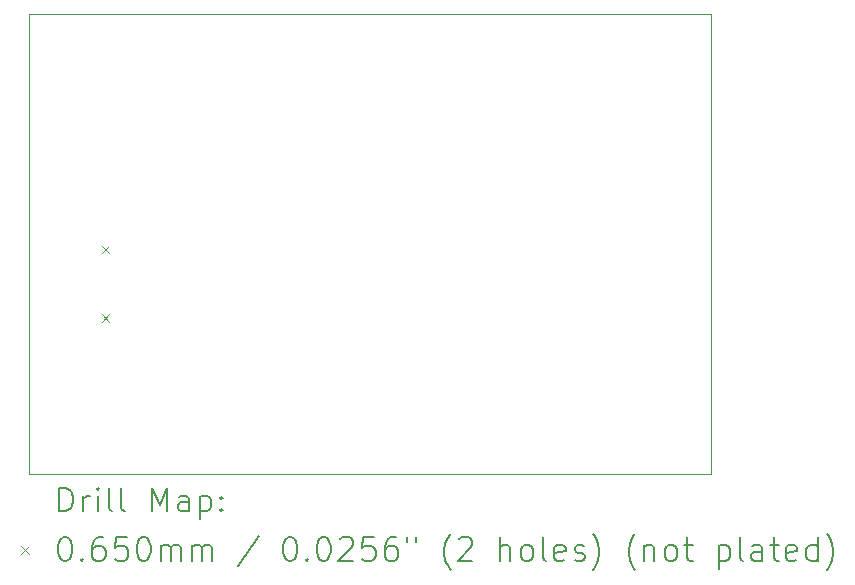
<source format=gbr>
%TF.GenerationSoftware,KiCad,Pcbnew,9.0.4*%
%TF.CreationDate,2025-10-03T12:39:36+02:00*%
%TF.ProjectId,Mini-EMS-ESP,4d696e69-2d45-44d5-932d-4553502e6b69,rev?*%
%TF.SameCoordinates,Original*%
%TF.FileFunction,Drillmap*%
%TF.FilePolarity,Positive*%
%FSLAX45Y45*%
G04 Gerber Fmt 4.5, Leading zero omitted, Abs format (unit mm)*
G04 Created by KiCad (PCBNEW 9.0.4) date 2025-10-03 12:39:36*
%MOMM*%
%LPD*%
G01*
G04 APERTURE LIST*
%ADD10C,0.050000*%
%ADD11C,0.200000*%
%ADD12C,0.100000*%
G04 APERTURE END LIST*
D10*
X7099300Y-8585200D02*
X12877800Y-8585200D01*
X12877800Y-12484100D01*
X7099300Y-12484100D01*
X7099300Y-8585200D01*
D11*
D12*
X7715100Y-10549700D02*
X7780100Y-10614700D01*
X7780100Y-10549700D02*
X7715100Y-10614700D01*
X7715100Y-11127700D02*
X7780100Y-11192700D01*
X7780100Y-11127700D02*
X7715100Y-11192700D01*
D11*
X7357577Y-12798084D02*
X7357577Y-12598084D01*
X7357577Y-12598084D02*
X7405196Y-12598084D01*
X7405196Y-12598084D02*
X7433767Y-12607608D01*
X7433767Y-12607608D02*
X7452815Y-12626655D01*
X7452815Y-12626655D02*
X7462339Y-12645703D01*
X7462339Y-12645703D02*
X7471862Y-12683798D01*
X7471862Y-12683798D02*
X7471862Y-12712369D01*
X7471862Y-12712369D02*
X7462339Y-12750465D01*
X7462339Y-12750465D02*
X7452815Y-12769512D01*
X7452815Y-12769512D02*
X7433767Y-12788560D01*
X7433767Y-12788560D02*
X7405196Y-12798084D01*
X7405196Y-12798084D02*
X7357577Y-12798084D01*
X7557577Y-12798084D02*
X7557577Y-12664750D01*
X7557577Y-12702846D02*
X7567101Y-12683798D01*
X7567101Y-12683798D02*
X7576624Y-12674274D01*
X7576624Y-12674274D02*
X7595672Y-12664750D01*
X7595672Y-12664750D02*
X7614720Y-12664750D01*
X7681386Y-12798084D02*
X7681386Y-12664750D01*
X7681386Y-12598084D02*
X7671862Y-12607608D01*
X7671862Y-12607608D02*
X7681386Y-12617131D01*
X7681386Y-12617131D02*
X7690910Y-12607608D01*
X7690910Y-12607608D02*
X7681386Y-12598084D01*
X7681386Y-12598084D02*
X7681386Y-12617131D01*
X7805196Y-12798084D02*
X7786148Y-12788560D01*
X7786148Y-12788560D02*
X7776624Y-12769512D01*
X7776624Y-12769512D02*
X7776624Y-12598084D01*
X7909958Y-12798084D02*
X7890910Y-12788560D01*
X7890910Y-12788560D02*
X7881386Y-12769512D01*
X7881386Y-12769512D02*
X7881386Y-12598084D01*
X8138529Y-12798084D02*
X8138529Y-12598084D01*
X8138529Y-12598084D02*
X8205196Y-12740941D01*
X8205196Y-12740941D02*
X8271862Y-12598084D01*
X8271862Y-12598084D02*
X8271862Y-12798084D01*
X8452815Y-12798084D02*
X8452815Y-12693322D01*
X8452815Y-12693322D02*
X8443291Y-12674274D01*
X8443291Y-12674274D02*
X8424244Y-12664750D01*
X8424244Y-12664750D02*
X8386148Y-12664750D01*
X8386148Y-12664750D02*
X8367101Y-12674274D01*
X8452815Y-12788560D02*
X8433767Y-12798084D01*
X8433767Y-12798084D02*
X8386148Y-12798084D01*
X8386148Y-12798084D02*
X8367101Y-12788560D01*
X8367101Y-12788560D02*
X8357577Y-12769512D01*
X8357577Y-12769512D02*
X8357577Y-12750465D01*
X8357577Y-12750465D02*
X8367101Y-12731417D01*
X8367101Y-12731417D02*
X8386148Y-12721893D01*
X8386148Y-12721893D02*
X8433767Y-12721893D01*
X8433767Y-12721893D02*
X8452815Y-12712369D01*
X8548053Y-12664750D02*
X8548053Y-12864750D01*
X8548053Y-12674274D02*
X8567101Y-12664750D01*
X8567101Y-12664750D02*
X8605196Y-12664750D01*
X8605196Y-12664750D02*
X8624244Y-12674274D01*
X8624244Y-12674274D02*
X8633767Y-12683798D01*
X8633767Y-12683798D02*
X8643291Y-12702846D01*
X8643291Y-12702846D02*
X8643291Y-12759988D01*
X8643291Y-12759988D02*
X8633767Y-12779036D01*
X8633767Y-12779036D02*
X8624244Y-12788560D01*
X8624244Y-12788560D02*
X8605196Y-12798084D01*
X8605196Y-12798084D02*
X8567101Y-12798084D01*
X8567101Y-12798084D02*
X8548053Y-12788560D01*
X8729005Y-12779036D02*
X8738529Y-12788560D01*
X8738529Y-12788560D02*
X8729005Y-12798084D01*
X8729005Y-12798084D02*
X8719482Y-12788560D01*
X8719482Y-12788560D02*
X8729005Y-12779036D01*
X8729005Y-12779036D02*
X8729005Y-12798084D01*
X8729005Y-12674274D02*
X8738529Y-12683798D01*
X8738529Y-12683798D02*
X8729005Y-12693322D01*
X8729005Y-12693322D02*
X8719482Y-12683798D01*
X8719482Y-12683798D02*
X8729005Y-12674274D01*
X8729005Y-12674274D02*
X8729005Y-12693322D01*
D12*
X7031800Y-13094100D02*
X7096800Y-13159100D01*
X7096800Y-13094100D02*
X7031800Y-13159100D01*
D11*
X7395672Y-13018084D02*
X7414720Y-13018084D01*
X7414720Y-13018084D02*
X7433767Y-13027608D01*
X7433767Y-13027608D02*
X7443291Y-13037131D01*
X7443291Y-13037131D02*
X7452815Y-13056179D01*
X7452815Y-13056179D02*
X7462339Y-13094274D01*
X7462339Y-13094274D02*
X7462339Y-13141893D01*
X7462339Y-13141893D02*
X7452815Y-13179988D01*
X7452815Y-13179988D02*
X7443291Y-13199036D01*
X7443291Y-13199036D02*
X7433767Y-13208560D01*
X7433767Y-13208560D02*
X7414720Y-13218084D01*
X7414720Y-13218084D02*
X7395672Y-13218084D01*
X7395672Y-13218084D02*
X7376624Y-13208560D01*
X7376624Y-13208560D02*
X7367101Y-13199036D01*
X7367101Y-13199036D02*
X7357577Y-13179988D01*
X7357577Y-13179988D02*
X7348053Y-13141893D01*
X7348053Y-13141893D02*
X7348053Y-13094274D01*
X7348053Y-13094274D02*
X7357577Y-13056179D01*
X7357577Y-13056179D02*
X7367101Y-13037131D01*
X7367101Y-13037131D02*
X7376624Y-13027608D01*
X7376624Y-13027608D02*
X7395672Y-13018084D01*
X7548053Y-13199036D02*
X7557577Y-13208560D01*
X7557577Y-13208560D02*
X7548053Y-13218084D01*
X7548053Y-13218084D02*
X7538529Y-13208560D01*
X7538529Y-13208560D02*
X7548053Y-13199036D01*
X7548053Y-13199036D02*
X7548053Y-13218084D01*
X7729005Y-13018084D02*
X7690910Y-13018084D01*
X7690910Y-13018084D02*
X7671862Y-13027608D01*
X7671862Y-13027608D02*
X7662339Y-13037131D01*
X7662339Y-13037131D02*
X7643291Y-13065703D01*
X7643291Y-13065703D02*
X7633767Y-13103798D01*
X7633767Y-13103798D02*
X7633767Y-13179988D01*
X7633767Y-13179988D02*
X7643291Y-13199036D01*
X7643291Y-13199036D02*
X7652815Y-13208560D01*
X7652815Y-13208560D02*
X7671862Y-13218084D01*
X7671862Y-13218084D02*
X7709958Y-13218084D01*
X7709958Y-13218084D02*
X7729005Y-13208560D01*
X7729005Y-13208560D02*
X7738529Y-13199036D01*
X7738529Y-13199036D02*
X7748053Y-13179988D01*
X7748053Y-13179988D02*
X7748053Y-13132369D01*
X7748053Y-13132369D02*
X7738529Y-13113322D01*
X7738529Y-13113322D02*
X7729005Y-13103798D01*
X7729005Y-13103798D02*
X7709958Y-13094274D01*
X7709958Y-13094274D02*
X7671862Y-13094274D01*
X7671862Y-13094274D02*
X7652815Y-13103798D01*
X7652815Y-13103798D02*
X7643291Y-13113322D01*
X7643291Y-13113322D02*
X7633767Y-13132369D01*
X7929005Y-13018084D02*
X7833767Y-13018084D01*
X7833767Y-13018084D02*
X7824243Y-13113322D01*
X7824243Y-13113322D02*
X7833767Y-13103798D01*
X7833767Y-13103798D02*
X7852815Y-13094274D01*
X7852815Y-13094274D02*
X7900434Y-13094274D01*
X7900434Y-13094274D02*
X7919482Y-13103798D01*
X7919482Y-13103798D02*
X7929005Y-13113322D01*
X7929005Y-13113322D02*
X7938529Y-13132369D01*
X7938529Y-13132369D02*
X7938529Y-13179988D01*
X7938529Y-13179988D02*
X7929005Y-13199036D01*
X7929005Y-13199036D02*
X7919482Y-13208560D01*
X7919482Y-13208560D02*
X7900434Y-13218084D01*
X7900434Y-13218084D02*
X7852815Y-13218084D01*
X7852815Y-13218084D02*
X7833767Y-13208560D01*
X7833767Y-13208560D02*
X7824243Y-13199036D01*
X8062339Y-13018084D02*
X8081386Y-13018084D01*
X8081386Y-13018084D02*
X8100434Y-13027608D01*
X8100434Y-13027608D02*
X8109958Y-13037131D01*
X8109958Y-13037131D02*
X8119482Y-13056179D01*
X8119482Y-13056179D02*
X8129005Y-13094274D01*
X8129005Y-13094274D02*
X8129005Y-13141893D01*
X8129005Y-13141893D02*
X8119482Y-13179988D01*
X8119482Y-13179988D02*
X8109958Y-13199036D01*
X8109958Y-13199036D02*
X8100434Y-13208560D01*
X8100434Y-13208560D02*
X8081386Y-13218084D01*
X8081386Y-13218084D02*
X8062339Y-13218084D01*
X8062339Y-13218084D02*
X8043291Y-13208560D01*
X8043291Y-13208560D02*
X8033767Y-13199036D01*
X8033767Y-13199036D02*
X8024243Y-13179988D01*
X8024243Y-13179988D02*
X8014720Y-13141893D01*
X8014720Y-13141893D02*
X8014720Y-13094274D01*
X8014720Y-13094274D02*
X8024243Y-13056179D01*
X8024243Y-13056179D02*
X8033767Y-13037131D01*
X8033767Y-13037131D02*
X8043291Y-13027608D01*
X8043291Y-13027608D02*
X8062339Y-13018084D01*
X8214720Y-13218084D02*
X8214720Y-13084750D01*
X8214720Y-13103798D02*
X8224243Y-13094274D01*
X8224243Y-13094274D02*
X8243291Y-13084750D01*
X8243291Y-13084750D02*
X8271863Y-13084750D01*
X8271863Y-13084750D02*
X8290910Y-13094274D01*
X8290910Y-13094274D02*
X8300434Y-13113322D01*
X8300434Y-13113322D02*
X8300434Y-13218084D01*
X8300434Y-13113322D02*
X8309958Y-13094274D01*
X8309958Y-13094274D02*
X8329005Y-13084750D01*
X8329005Y-13084750D02*
X8357577Y-13084750D01*
X8357577Y-13084750D02*
X8376624Y-13094274D01*
X8376624Y-13094274D02*
X8386148Y-13113322D01*
X8386148Y-13113322D02*
X8386148Y-13218084D01*
X8481386Y-13218084D02*
X8481386Y-13084750D01*
X8481386Y-13103798D02*
X8490910Y-13094274D01*
X8490910Y-13094274D02*
X8509958Y-13084750D01*
X8509958Y-13084750D02*
X8538529Y-13084750D01*
X8538529Y-13084750D02*
X8557577Y-13094274D01*
X8557577Y-13094274D02*
X8567101Y-13113322D01*
X8567101Y-13113322D02*
X8567101Y-13218084D01*
X8567101Y-13113322D02*
X8576625Y-13094274D01*
X8576625Y-13094274D02*
X8595672Y-13084750D01*
X8595672Y-13084750D02*
X8624244Y-13084750D01*
X8624244Y-13084750D02*
X8643291Y-13094274D01*
X8643291Y-13094274D02*
X8652815Y-13113322D01*
X8652815Y-13113322D02*
X8652815Y-13218084D01*
X9043291Y-13008560D02*
X8871863Y-13265703D01*
X9300434Y-13018084D02*
X9319482Y-13018084D01*
X9319482Y-13018084D02*
X9338529Y-13027608D01*
X9338529Y-13027608D02*
X9348053Y-13037131D01*
X9348053Y-13037131D02*
X9357577Y-13056179D01*
X9357577Y-13056179D02*
X9367101Y-13094274D01*
X9367101Y-13094274D02*
X9367101Y-13141893D01*
X9367101Y-13141893D02*
X9357577Y-13179988D01*
X9357577Y-13179988D02*
X9348053Y-13199036D01*
X9348053Y-13199036D02*
X9338529Y-13208560D01*
X9338529Y-13208560D02*
X9319482Y-13218084D01*
X9319482Y-13218084D02*
X9300434Y-13218084D01*
X9300434Y-13218084D02*
X9281387Y-13208560D01*
X9281387Y-13208560D02*
X9271863Y-13199036D01*
X9271863Y-13199036D02*
X9262339Y-13179988D01*
X9262339Y-13179988D02*
X9252815Y-13141893D01*
X9252815Y-13141893D02*
X9252815Y-13094274D01*
X9252815Y-13094274D02*
X9262339Y-13056179D01*
X9262339Y-13056179D02*
X9271863Y-13037131D01*
X9271863Y-13037131D02*
X9281387Y-13027608D01*
X9281387Y-13027608D02*
X9300434Y-13018084D01*
X9452815Y-13199036D02*
X9462339Y-13208560D01*
X9462339Y-13208560D02*
X9452815Y-13218084D01*
X9452815Y-13218084D02*
X9443291Y-13208560D01*
X9443291Y-13208560D02*
X9452815Y-13199036D01*
X9452815Y-13199036D02*
X9452815Y-13218084D01*
X9586148Y-13018084D02*
X9605196Y-13018084D01*
X9605196Y-13018084D02*
X9624244Y-13027608D01*
X9624244Y-13027608D02*
X9633768Y-13037131D01*
X9633768Y-13037131D02*
X9643291Y-13056179D01*
X9643291Y-13056179D02*
X9652815Y-13094274D01*
X9652815Y-13094274D02*
X9652815Y-13141893D01*
X9652815Y-13141893D02*
X9643291Y-13179988D01*
X9643291Y-13179988D02*
X9633768Y-13199036D01*
X9633768Y-13199036D02*
X9624244Y-13208560D01*
X9624244Y-13208560D02*
X9605196Y-13218084D01*
X9605196Y-13218084D02*
X9586148Y-13218084D01*
X9586148Y-13218084D02*
X9567101Y-13208560D01*
X9567101Y-13208560D02*
X9557577Y-13199036D01*
X9557577Y-13199036D02*
X9548053Y-13179988D01*
X9548053Y-13179988D02*
X9538529Y-13141893D01*
X9538529Y-13141893D02*
X9538529Y-13094274D01*
X9538529Y-13094274D02*
X9548053Y-13056179D01*
X9548053Y-13056179D02*
X9557577Y-13037131D01*
X9557577Y-13037131D02*
X9567101Y-13027608D01*
X9567101Y-13027608D02*
X9586148Y-13018084D01*
X9729006Y-13037131D02*
X9738529Y-13027608D01*
X9738529Y-13027608D02*
X9757577Y-13018084D01*
X9757577Y-13018084D02*
X9805196Y-13018084D01*
X9805196Y-13018084D02*
X9824244Y-13027608D01*
X9824244Y-13027608D02*
X9833768Y-13037131D01*
X9833768Y-13037131D02*
X9843291Y-13056179D01*
X9843291Y-13056179D02*
X9843291Y-13075227D01*
X9843291Y-13075227D02*
X9833768Y-13103798D01*
X9833768Y-13103798D02*
X9719482Y-13218084D01*
X9719482Y-13218084D02*
X9843291Y-13218084D01*
X10024244Y-13018084D02*
X9929006Y-13018084D01*
X9929006Y-13018084D02*
X9919482Y-13113322D01*
X9919482Y-13113322D02*
X9929006Y-13103798D01*
X9929006Y-13103798D02*
X9948053Y-13094274D01*
X9948053Y-13094274D02*
X9995672Y-13094274D01*
X9995672Y-13094274D02*
X10014720Y-13103798D01*
X10014720Y-13103798D02*
X10024244Y-13113322D01*
X10024244Y-13113322D02*
X10033768Y-13132369D01*
X10033768Y-13132369D02*
X10033768Y-13179988D01*
X10033768Y-13179988D02*
X10024244Y-13199036D01*
X10024244Y-13199036D02*
X10014720Y-13208560D01*
X10014720Y-13208560D02*
X9995672Y-13218084D01*
X9995672Y-13218084D02*
X9948053Y-13218084D01*
X9948053Y-13218084D02*
X9929006Y-13208560D01*
X9929006Y-13208560D02*
X9919482Y-13199036D01*
X10205196Y-13018084D02*
X10167101Y-13018084D01*
X10167101Y-13018084D02*
X10148053Y-13027608D01*
X10148053Y-13027608D02*
X10138529Y-13037131D01*
X10138529Y-13037131D02*
X10119482Y-13065703D01*
X10119482Y-13065703D02*
X10109958Y-13103798D01*
X10109958Y-13103798D02*
X10109958Y-13179988D01*
X10109958Y-13179988D02*
X10119482Y-13199036D01*
X10119482Y-13199036D02*
X10129006Y-13208560D01*
X10129006Y-13208560D02*
X10148053Y-13218084D01*
X10148053Y-13218084D02*
X10186149Y-13218084D01*
X10186149Y-13218084D02*
X10205196Y-13208560D01*
X10205196Y-13208560D02*
X10214720Y-13199036D01*
X10214720Y-13199036D02*
X10224244Y-13179988D01*
X10224244Y-13179988D02*
X10224244Y-13132369D01*
X10224244Y-13132369D02*
X10214720Y-13113322D01*
X10214720Y-13113322D02*
X10205196Y-13103798D01*
X10205196Y-13103798D02*
X10186149Y-13094274D01*
X10186149Y-13094274D02*
X10148053Y-13094274D01*
X10148053Y-13094274D02*
X10129006Y-13103798D01*
X10129006Y-13103798D02*
X10119482Y-13113322D01*
X10119482Y-13113322D02*
X10109958Y-13132369D01*
X10300434Y-13018084D02*
X10300434Y-13056179D01*
X10376625Y-13018084D02*
X10376625Y-13056179D01*
X10671863Y-13294274D02*
X10662339Y-13284750D01*
X10662339Y-13284750D02*
X10643291Y-13256179D01*
X10643291Y-13256179D02*
X10633768Y-13237131D01*
X10633768Y-13237131D02*
X10624244Y-13208560D01*
X10624244Y-13208560D02*
X10614720Y-13160941D01*
X10614720Y-13160941D02*
X10614720Y-13122846D01*
X10614720Y-13122846D02*
X10624244Y-13075227D01*
X10624244Y-13075227D02*
X10633768Y-13046655D01*
X10633768Y-13046655D02*
X10643291Y-13027608D01*
X10643291Y-13027608D02*
X10662339Y-12999036D01*
X10662339Y-12999036D02*
X10671863Y-12989512D01*
X10738530Y-13037131D02*
X10748053Y-13027608D01*
X10748053Y-13027608D02*
X10767101Y-13018084D01*
X10767101Y-13018084D02*
X10814720Y-13018084D01*
X10814720Y-13018084D02*
X10833768Y-13027608D01*
X10833768Y-13027608D02*
X10843291Y-13037131D01*
X10843291Y-13037131D02*
X10852815Y-13056179D01*
X10852815Y-13056179D02*
X10852815Y-13075227D01*
X10852815Y-13075227D02*
X10843291Y-13103798D01*
X10843291Y-13103798D02*
X10729006Y-13218084D01*
X10729006Y-13218084D02*
X10852815Y-13218084D01*
X11090911Y-13218084D02*
X11090911Y-13018084D01*
X11176625Y-13218084D02*
X11176625Y-13113322D01*
X11176625Y-13113322D02*
X11167101Y-13094274D01*
X11167101Y-13094274D02*
X11148053Y-13084750D01*
X11148053Y-13084750D02*
X11119482Y-13084750D01*
X11119482Y-13084750D02*
X11100434Y-13094274D01*
X11100434Y-13094274D02*
X11090911Y-13103798D01*
X11300434Y-13218084D02*
X11281387Y-13208560D01*
X11281387Y-13208560D02*
X11271863Y-13199036D01*
X11271863Y-13199036D02*
X11262339Y-13179988D01*
X11262339Y-13179988D02*
X11262339Y-13122846D01*
X11262339Y-13122846D02*
X11271863Y-13103798D01*
X11271863Y-13103798D02*
X11281387Y-13094274D01*
X11281387Y-13094274D02*
X11300434Y-13084750D01*
X11300434Y-13084750D02*
X11329006Y-13084750D01*
X11329006Y-13084750D02*
X11348053Y-13094274D01*
X11348053Y-13094274D02*
X11357577Y-13103798D01*
X11357577Y-13103798D02*
X11367101Y-13122846D01*
X11367101Y-13122846D02*
X11367101Y-13179988D01*
X11367101Y-13179988D02*
X11357577Y-13199036D01*
X11357577Y-13199036D02*
X11348053Y-13208560D01*
X11348053Y-13208560D02*
X11329006Y-13218084D01*
X11329006Y-13218084D02*
X11300434Y-13218084D01*
X11481387Y-13218084D02*
X11462339Y-13208560D01*
X11462339Y-13208560D02*
X11452815Y-13189512D01*
X11452815Y-13189512D02*
X11452815Y-13018084D01*
X11633768Y-13208560D02*
X11614720Y-13218084D01*
X11614720Y-13218084D02*
X11576625Y-13218084D01*
X11576625Y-13218084D02*
X11557577Y-13208560D01*
X11557577Y-13208560D02*
X11548053Y-13189512D01*
X11548053Y-13189512D02*
X11548053Y-13113322D01*
X11548053Y-13113322D02*
X11557577Y-13094274D01*
X11557577Y-13094274D02*
X11576625Y-13084750D01*
X11576625Y-13084750D02*
X11614720Y-13084750D01*
X11614720Y-13084750D02*
X11633768Y-13094274D01*
X11633768Y-13094274D02*
X11643291Y-13113322D01*
X11643291Y-13113322D02*
X11643291Y-13132369D01*
X11643291Y-13132369D02*
X11548053Y-13151417D01*
X11719482Y-13208560D02*
X11738530Y-13218084D01*
X11738530Y-13218084D02*
X11776625Y-13218084D01*
X11776625Y-13218084D02*
X11795672Y-13208560D01*
X11795672Y-13208560D02*
X11805196Y-13189512D01*
X11805196Y-13189512D02*
X11805196Y-13179988D01*
X11805196Y-13179988D02*
X11795672Y-13160941D01*
X11795672Y-13160941D02*
X11776625Y-13151417D01*
X11776625Y-13151417D02*
X11748053Y-13151417D01*
X11748053Y-13151417D02*
X11729006Y-13141893D01*
X11729006Y-13141893D02*
X11719482Y-13122846D01*
X11719482Y-13122846D02*
X11719482Y-13113322D01*
X11719482Y-13113322D02*
X11729006Y-13094274D01*
X11729006Y-13094274D02*
X11748053Y-13084750D01*
X11748053Y-13084750D02*
X11776625Y-13084750D01*
X11776625Y-13084750D02*
X11795672Y-13094274D01*
X11871863Y-13294274D02*
X11881387Y-13284750D01*
X11881387Y-13284750D02*
X11900434Y-13256179D01*
X11900434Y-13256179D02*
X11909958Y-13237131D01*
X11909958Y-13237131D02*
X11919482Y-13208560D01*
X11919482Y-13208560D02*
X11929006Y-13160941D01*
X11929006Y-13160941D02*
X11929006Y-13122846D01*
X11929006Y-13122846D02*
X11919482Y-13075227D01*
X11919482Y-13075227D02*
X11909958Y-13046655D01*
X11909958Y-13046655D02*
X11900434Y-13027608D01*
X11900434Y-13027608D02*
X11881387Y-12999036D01*
X11881387Y-12999036D02*
X11871863Y-12989512D01*
X12233768Y-13294274D02*
X12224244Y-13284750D01*
X12224244Y-13284750D02*
X12205196Y-13256179D01*
X12205196Y-13256179D02*
X12195672Y-13237131D01*
X12195672Y-13237131D02*
X12186149Y-13208560D01*
X12186149Y-13208560D02*
X12176625Y-13160941D01*
X12176625Y-13160941D02*
X12176625Y-13122846D01*
X12176625Y-13122846D02*
X12186149Y-13075227D01*
X12186149Y-13075227D02*
X12195672Y-13046655D01*
X12195672Y-13046655D02*
X12205196Y-13027608D01*
X12205196Y-13027608D02*
X12224244Y-12999036D01*
X12224244Y-12999036D02*
X12233768Y-12989512D01*
X12309958Y-13084750D02*
X12309958Y-13218084D01*
X12309958Y-13103798D02*
X12319482Y-13094274D01*
X12319482Y-13094274D02*
X12338530Y-13084750D01*
X12338530Y-13084750D02*
X12367101Y-13084750D01*
X12367101Y-13084750D02*
X12386149Y-13094274D01*
X12386149Y-13094274D02*
X12395672Y-13113322D01*
X12395672Y-13113322D02*
X12395672Y-13218084D01*
X12519482Y-13218084D02*
X12500434Y-13208560D01*
X12500434Y-13208560D02*
X12490911Y-13199036D01*
X12490911Y-13199036D02*
X12481387Y-13179988D01*
X12481387Y-13179988D02*
X12481387Y-13122846D01*
X12481387Y-13122846D02*
X12490911Y-13103798D01*
X12490911Y-13103798D02*
X12500434Y-13094274D01*
X12500434Y-13094274D02*
X12519482Y-13084750D01*
X12519482Y-13084750D02*
X12548053Y-13084750D01*
X12548053Y-13084750D02*
X12567101Y-13094274D01*
X12567101Y-13094274D02*
X12576625Y-13103798D01*
X12576625Y-13103798D02*
X12586149Y-13122846D01*
X12586149Y-13122846D02*
X12586149Y-13179988D01*
X12586149Y-13179988D02*
X12576625Y-13199036D01*
X12576625Y-13199036D02*
X12567101Y-13208560D01*
X12567101Y-13208560D02*
X12548053Y-13218084D01*
X12548053Y-13218084D02*
X12519482Y-13218084D01*
X12643292Y-13084750D02*
X12719482Y-13084750D01*
X12671863Y-13018084D02*
X12671863Y-13189512D01*
X12671863Y-13189512D02*
X12681387Y-13208560D01*
X12681387Y-13208560D02*
X12700434Y-13218084D01*
X12700434Y-13218084D02*
X12719482Y-13218084D01*
X12938530Y-13084750D02*
X12938530Y-13284750D01*
X12938530Y-13094274D02*
X12957577Y-13084750D01*
X12957577Y-13084750D02*
X12995673Y-13084750D01*
X12995673Y-13084750D02*
X13014720Y-13094274D01*
X13014720Y-13094274D02*
X13024244Y-13103798D01*
X13024244Y-13103798D02*
X13033768Y-13122846D01*
X13033768Y-13122846D02*
X13033768Y-13179988D01*
X13033768Y-13179988D02*
X13024244Y-13199036D01*
X13024244Y-13199036D02*
X13014720Y-13208560D01*
X13014720Y-13208560D02*
X12995673Y-13218084D01*
X12995673Y-13218084D02*
X12957577Y-13218084D01*
X12957577Y-13218084D02*
X12938530Y-13208560D01*
X13148053Y-13218084D02*
X13129006Y-13208560D01*
X13129006Y-13208560D02*
X13119482Y-13189512D01*
X13119482Y-13189512D02*
X13119482Y-13018084D01*
X13309958Y-13218084D02*
X13309958Y-13113322D01*
X13309958Y-13113322D02*
X13300434Y-13094274D01*
X13300434Y-13094274D02*
X13281387Y-13084750D01*
X13281387Y-13084750D02*
X13243292Y-13084750D01*
X13243292Y-13084750D02*
X13224244Y-13094274D01*
X13309958Y-13208560D02*
X13290911Y-13218084D01*
X13290911Y-13218084D02*
X13243292Y-13218084D01*
X13243292Y-13218084D02*
X13224244Y-13208560D01*
X13224244Y-13208560D02*
X13214720Y-13189512D01*
X13214720Y-13189512D02*
X13214720Y-13170465D01*
X13214720Y-13170465D02*
X13224244Y-13151417D01*
X13224244Y-13151417D02*
X13243292Y-13141893D01*
X13243292Y-13141893D02*
X13290911Y-13141893D01*
X13290911Y-13141893D02*
X13309958Y-13132369D01*
X13376625Y-13084750D02*
X13452815Y-13084750D01*
X13405196Y-13018084D02*
X13405196Y-13189512D01*
X13405196Y-13189512D02*
X13414720Y-13208560D01*
X13414720Y-13208560D02*
X13433768Y-13218084D01*
X13433768Y-13218084D02*
X13452815Y-13218084D01*
X13595673Y-13208560D02*
X13576625Y-13218084D01*
X13576625Y-13218084D02*
X13538530Y-13218084D01*
X13538530Y-13218084D02*
X13519482Y-13208560D01*
X13519482Y-13208560D02*
X13509958Y-13189512D01*
X13509958Y-13189512D02*
X13509958Y-13113322D01*
X13509958Y-13113322D02*
X13519482Y-13094274D01*
X13519482Y-13094274D02*
X13538530Y-13084750D01*
X13538530Y-13084750D02*
X13576625Y-13084750D01*
X13576625Y-13084750D02*
X13595673Y-13094274D01*
X13595673Y-13094274D02*
X13605196Y-13113322D01*
X13605196Y-13113322D02*
X13605196Y-13132369D01*
X13605196Y-13132369D02*
X13509958Y-13151417D01*
X13776625Y-13218084D02*
X13776625Y-13018084D01*
X13776625Y-13208560D02*
X13757577Y-13218084D01*
X13757577Y-13218084D02*
X13719482Y-13218084D01*
X13719482Y-13218084D02*
X13700434Y-13208560D01*
X13700434Y-13208560D02*
X13690911Y-13199036D01*
X13690911Y-13199036D02*
X13681387Y-13179988D01*
X13681387Y-13179988D02*
X13681387Y-13122846D01*
X13681387Y-13122846D02*
X13690911Y-13103798D01*
X13690911Y-13103798D02*
X13700434Y-13094274D01*
X13700434Y-13094274D02*
X13719482Y-13084750D01*
X13719482Y-13084750D02*
X13757577Y-13084750D01*
X13757577Y-13084750D02*
X13776625Y-13094274D01*
X13852815Y-13294274D02*
X13862339Y-13284750D01*
X13862339Y-13284750D02*
X13881387Y-13256179D01*
X13881387Y-13256179D02*
X13890911Y-13237131D01*
X13890911Y-13237131D02*
X13900434Y-13208560D01*
X13900434Y-13208560D02*
X13909958Y-13160941D01*
X13909958Y-13160941D02*
X13909958Y-13122846D01*
X13909958Y-13122846D02*
X13900434Y-13075227D01*
X13900434Y-13075227D02*
X13890911Y-13046655D01*
X13890911Y-13046655D02*
X13881387Y-13027608D01*
X13881387Y-13027608D02*
X13862339Y-12999036D01*
X13862339Y-12999036D02*
X13852815Y-12989512D01*
M02*

</source>
